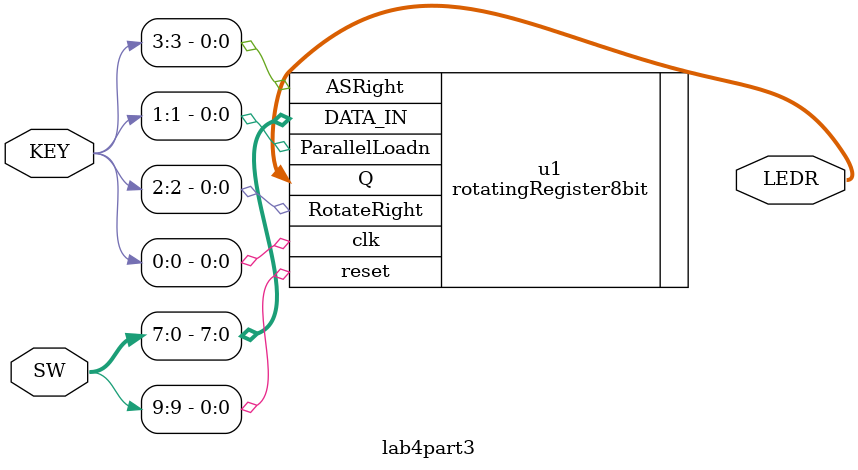
<source format=v>
`timescale 1ns / 1ns // `timescale time_unit/time_precision

module lab4part3(SW, LEDR, KEY);
	input [9:0] SW;
	input [3:0] KEY; 
	output [7:0] LEDR; 
	
	rotatingRegister8bit u1(.reset(SW[9]), .clk(KEY[0]), .ParallelLoadn(KEY[1]), .ASRight(KEY[3]), .DATA_IN(SW[7:0]), .RotateRight(KEY[2]), .Q(LEDR[7:0])); 
	
endmodule 	
</source>
